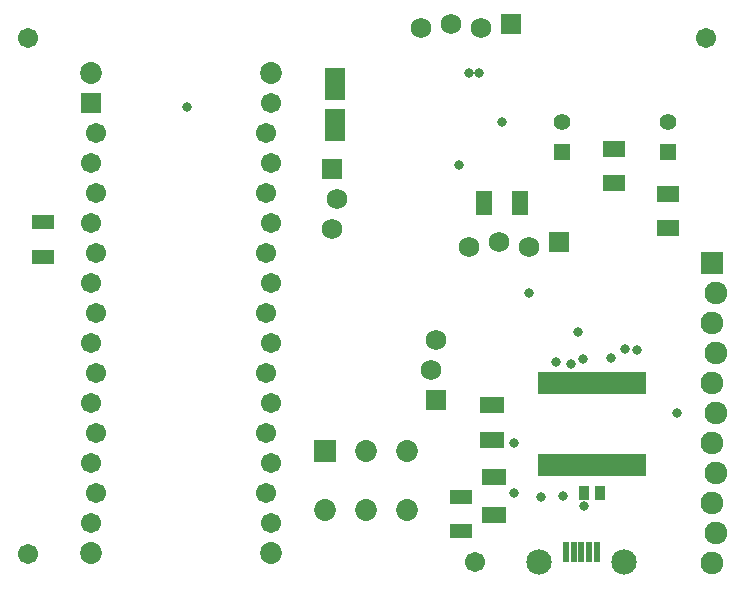
<source format=gbr>
%TF.GenerationSoftware,Altium Limited,Altium Designer,24.0.1 (36)*%
G04 Layer_Color=8388736*
%FSLAX45Y45*%
%MOMM*%
%TF.SameCoordinates,87475131-42DB-44E4-9C0F-69BDD36FC7AA*%
%TF.FilePolarity,Negative*%
%TF.FileFunction,Soldermask,Top*%
%TF.Part,Single*%
G01*
G75*
%TA.AperFunction,SMDPad,CuDef*%
%ADD42R,1.90320X1.30320*%
%ADD43R,2.00320X1.35320*%
%ADD44R,0.95320X1.14320*%
%ADD45R,1.35320X2.00320*%
%TA.AperFunction,ConnectorPad*%
%ADD46R,0.60320X1.70320*%
%TA.AperFunction,SMDPad,CuDef*%
%ADD47R,1.90320X1.35320*%
%ADD48R,0.65320X1.90320*%
%ADD49R,1.80320X2.70320*%
%TA.AperFunction,ComponentPad*%
%ADD50R,1.72720X1.72720*%
%ADD51C,1.72720*%
%ADD52R,1.72720X1.72720*%
%ADD53C,1.70320*%
%ADD54C,2.15320*%
%ADD55C,1.92820*%
%ADD56R,1.92820X1.92820*%
%ADD57R,1.40320X1.40320*%
%ADD58C,1.40320*%
%ADD59R,1.85320X1.85320*%
%ADD60C,1.85320*%
%ADD61C,1.85420*%
%ADD62C,1.71120*%
%ADD63R,1.71120X1.71120*%
%TA.AperFunction,ViaPad*%
%ADD64C,0.80320*%
D42*
X3911600Y490000D02*
D03*
Y780000D02*
D03*
X368300Y3104100D02*
D03*
Y2814100D02*
D03*
D43*
X4175292Y1257812D02*
D03*
Y1557812D02*
D03*
X4191000Y944900D02*
D03*
Y629900D02*
D03*
D44*
X5086500Y812800D02*
D03*
X4946500D02*
D03*
D45*
X4404500Y3263900D02*
D03*
X4104500D02*
D03*
D46*
X4797600Y315500D02*
D03*
X4862600D02*
D03*
X4927600D02*
D03*
X4992600D02*
D03*
X5057600D02*
D03*
D47*
X5207000Y3441400D02*
D03*
Y3721400D02*
D03*
X5658353Y3060400D02*
D03*
Y3340400D02*
D03*
D48*
X5439000Y1747000D02*
D03*
X5374000D02*
D03*
X5309000D02*
D03*
X5244000D02*
D03*
X5179000D02*
D03*
X5114000D02*
D03*
X5049000D02*
D03*
X4984000D02*
D03*
X4919000D02*
D03*
X4854000D02*
D03*
X4789000D02*
D03*
X4724000D02*
D03*
X4659000D02*
D03*
X4594000D02*
D03*
Y1047000D02*
D03*
X4659000D02*
D03*
X4724000D02*
D03*
X4789000D02*
D03*
X4854000D02*
D03*
X4919000D02*
D03*
X4984000D02*
D03*
X5049000D02*
D03*
X5114000D02*
D03*
X5179000D02*
D03*
X5244000D02*
D03*
X5309000D02*
D03*
X5374000D02*
D03*
X5439000D02*
D03*
D49*
X2844800Y4277100D02*
D03*
Y3927100D02*
D03*
D50*
X3693500Y1603200D02*
D03*
X2817500Y3556000D02*
D03*
D51*
X3653500Y1857200D02*
D03*
X3693500Y2111200D02*
D03*
X3569500Y4746200D02*
D03*
X4077500D02*
D03*
X3823500Y4786200D02*
D03*
X3975100Y2893700D02*
D03*
X4483100D02*
D03*
X4229100Y2933700D02*
D03*
X2817500Y3048000D02*
D03*
X2857500Y3302000D02*
D03*
D52*
X4331500Y4786200D02*
D03*
X4737100Y2933700D02*
D03*
D53*
X4025900Y228600D02*
D03*
X241300Y292100D02*
D03*
Y4660900D02*
D03*
X5981700D02*
D03*
D54*
X4570100Y226500D02*
D03*
X5285100D02*
D03*
D55*
X6070600Y469900D02*
D03*
Y977900D02*
D03*
Y1485900D02*
D03*
X6030600Y2247900D02*
D03*
Y215900D02*
D03*
Y723900D02*
D03*
Y1231900D02*
D03*
Y1739900D02*
D03*
X6070600Y1993900D02*
D03*
Y2501900D02*
D03*
D56*
X6030600Y2755900D02*
D03*
D57*
X4762500Y3695700D02*
D03*
X5658353Y3695699D02*
D03*
D58*
X4762500Y3949700D02*
D03*
X5658353Y3949699D02*
D03*
D59*
X2754400Y1168400D02*
D03*
D60*
Y668400D02*
D03*
X3104400Y1168400D02*
D03*
Y668400D02*
D03*
X3454400Y1168400D02*
D03*
Y668400D02*
D03*
D61*
X2298700Y4368800D02*
D03*
X774700D02*
D03*
X2298700Y304800D02*
D03*
X774700D02*
D03*
D62*
X2298700Y4114800D02*
D03*
X2258700Y3860800D02*
D03*
X2298700Y3606800D02*
D03*
X2258700Y3352800D02*
D03*
X2298700Y3098800D02*
D03*
X2258700Y2844800D02*
D03*
X2298700Y2590800D02*
D03*
X2258700Y2336800D02*
D03*
X2298700Y2082800D02*
D03*
X2258700Y1828800D02*
D03*
X2298700Y1574800D02*
D03*
X2258700Y1320800D02*
D03*
X2298700Y1066800D02*
D03*
X2258700Y812800D02*
D03*
X2298700Y558800D02*
D03*
X774700D02*
D03*
X814700Y812800D02*
D03*
X774700Y1066800D02*
D03*
X814700Y1320800D02*
D03*
X774700Y1574800D02*
D03*
X814700Y1828800D02*
D03*
X774700Y2082800D02*
D03*
X814700Y2336800D02*
D03*
X774700Y2590800D02*
D03*
X814700Y2844800D02*
D03*
X774700Y3098800D02*
D03*
X814700Y3352800D02*
D03*
X774700Y3606800D02*
D03*
X814700Y3860800D02*
D03*
D63*
X774700Y4114800D02*
D03*
D64*
X5399685Y2021485D02*
D03*
X5293956Y2030930D02*
D03*
X3974968Y4368668D02*
D03*
X4064000Y4368800D02*
D03*
X4254500Y3949700D02*
D03*
X3893527Y3588727D02*
D03*
X5180526Y1954726D02*
D03*
X4838700Y1905000D02*
D03*
X4940300Y1943100D02*
D03*
X4902200Y2171700D02*
D03*
X4711700Y1917700D02*
D03*
X4483100Y2501900D02*
D03*
X5740400Y1485900D02*
D03*
X4356100Y1231900D02*
D03*
Y812800D02*
D03*
X4584700Y774700D02*
D03*
X4946500Y705000D02*
D03*
X4775200Y787400D02*
D03*
X1587500Y4076700D02*
D03*
%TF.MD5,776699e8e65e068225e2ef5d7e559b11*%
M02*

</source>
